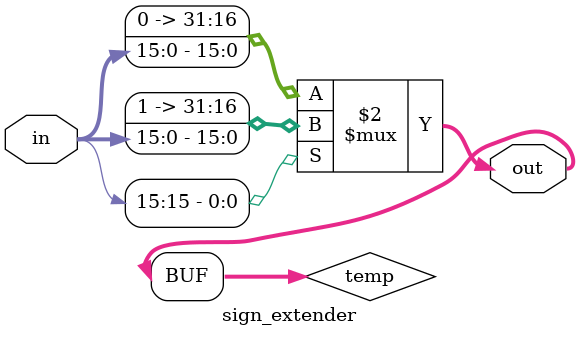
<source format=sv>
module sign_extender(input [15:0] in, output [31:0] out);
  reg [31:0] temp;
  assign temp = (in[15] == 1) ? {~(16'b0), in}:
    {16'b0, in};
  assign out = temp;
endmodule

</source>
